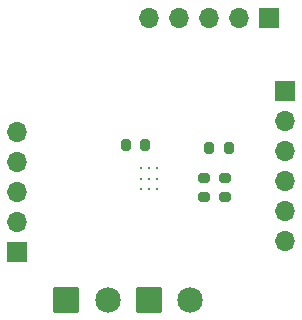
<source format=gbr>
%TF.GenerationSoftware,KiCad,Pcbnew,8.0.6-8.0.6-0~ubuntu24.04.1*%
%TF.CreationDate,2025-01-16T22:59:00-08:00*%
%TF.ProjectId,reaction_wheel,72656163-7469-46f6-9e5f-776865656c2e,v1a*%
%TF.SameCoordinates,Original*%
%TF.FileFunction,Soldermask,Bot*%
%TF.FilePolarity,Negative*%
%FSLAX46Y46*%
G04 Gerber Fmt 4.6, Leading zero omitted, Abs format (unit mm)*
G04 Created by KiCad (PCBNEW 8.0.6-8.0.6-0~ubuntu24.04.1) date 2025-01-16 22:59:00*
%MOMM*%
%LPD*%
G01*
G04 APERTURE LIST*
G04 Aperture macros list*
%AMRoundRect*
0 Rectangle with rounded corners*
0 $1 Rounding radius*
0 $2 $3 $4 $5 $6 $7 $8 $9 X,Y pos of 4 corners*
0 Add a 4 corners polygon primitive as box body*
4,1,4,$2,$3,$4,$5,$6,$7,$8,$9,$2,$3,0*
0 Add four circle primitives for the rounded corners*
1,1,$1+$1,$2,$3*
1,1,$1+$1,$4,$5*
1,1,$1+$1,$6,$7*
1,1,$1+$1,$8,$9*
0 Add four rect primitives between the rounded corners*
20,1,$1+$1,$2,$3,$4,$5,0*
20,1,$1+$1,$4,$5,$6,$7,0*
20,1,$1+$1,$6,$7,$8,$9,0*
20,1,$1+$1,$8,$9,$2,$3,0*%
G04 Aperture macros list end*
%ADD10R,1.700000X1.700000*%
%ADD11O,1.700000X1.700000*%
%ADD12C,0.337500*%
%ADD13RoundRect,0.063500X-1.016000X-1.016000X1.016000X-1.016000X1.016000X1.016000X-1.016000X1.016000X0*%
%ADD14C,2.159000*%
%ADD15RoundRect,0.200000X0.275000X-0.200000X0.275000X0.200000X-0.275000X0.200000X-0.275000X-0.200000X0*%
%ADD16RoundRect,0.200000X0.200000X0.275000X-0.200000X0.275000X-0.200000X-0.275000X0.200000X-0.275000X0*%
G04 APERTURE END LIST*
D10*
%TO.C,J1*%
X149162500Y-70942500D03*
D11*
X149162500Y-73482500D03*
X149162500Y-76022500D03*
X149162500Y-78562500D03*
X149162500Y-81102500D03*
X149162500Y-83642500D03*
%TD*%
D12*
%TO.C,U1*%
X136987500Y-77437500D03*
X136987500Y-78362500D03*
X136987500Y-79287500D03*
X137662500Y-77437500D03*
X137662500Y-78362500D03*
X137662500Y-79287500D03*
X138337500Y-77437500D03*
X138337500Y-78362500D03*
X138337500Y-79287500D03*
%TD*%
D10*
%TO.C,J4*%
X126500000Y-84580000D03*
D11*
X126500000Y-82040000D03*
X126500000Y-79500000D03*
X126500000Y-76960000D03*
X126500000Y-74420000D03*
%TD*%
D10*
%TO.C,J2*%
X147852500Y-64762500D03*
D11*
X145312500Y-64762500D03*
X142772500Y-64762500D03*
X140232500Y-64762500D03*
X137692500Y-64762500D03*
%TD*%
D13*
%TO.C,J3*%
X137662500Y-88612500D03*
D14*
X141162500Y-88612500D03*
%TD*%
D13*
%TO.C,J5*%
X130662500Y-88612500D03*
D14*
X134162500Y-88612500D03*
%TD*%
D15*
%TO.C,R8*%
X144087500Y-79937500D03*
X144087500Y-78287500D03*
%TD*%
%TO.C,R7*%
X142287500Y-79937500D03*
X142287500Y-78287500D03*
%TD*%
D16*
%TO.C,R3*%
X144412500Y-75812500D03*
X142762500Y-75812500D03*
%TD*%
%TO.C,R6*%
X137325000Y-75500000D03*
X135675000Y-75500000D03*
%TD*%
M02*

</source>
